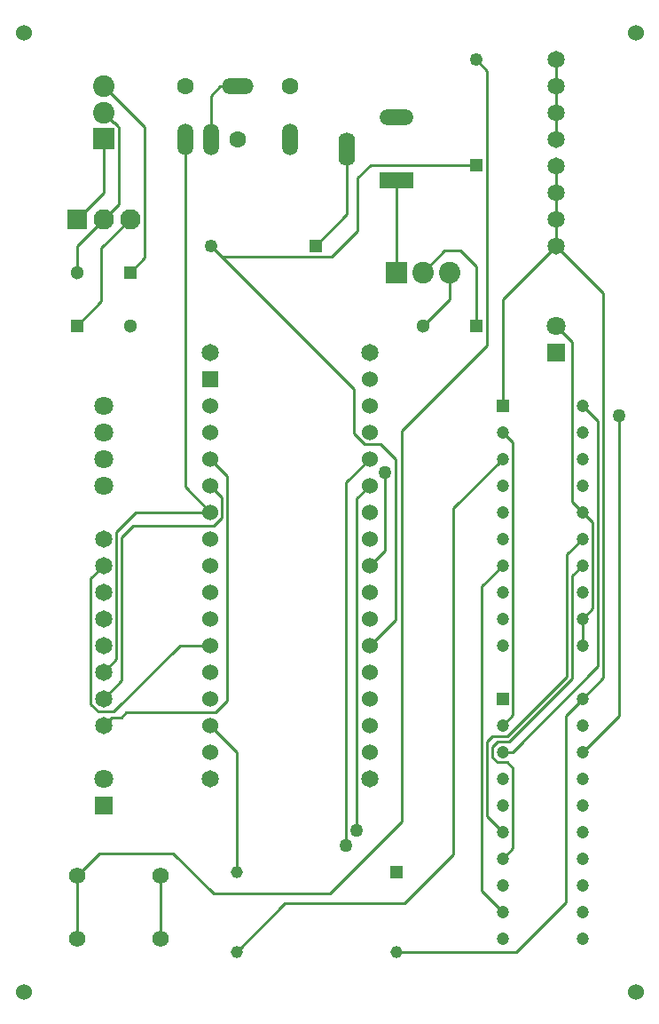
<source format=gtl>
G04*
G04 #@! TF.GenerationSoftware,Altium Limited,Altium Designer,23.3.1 (30)*
G04*
G04 Layer_Physical_Order=1*
G04 Layer_Color=255*
%FSLAX44Y44*%
%MOMM*%
G71*
G04*
G04 #@! TF.SameCoordinates,D36B0BC1-D60A-48D3-9530-44C1F81AE03C*
G04*
G04*
G04 #@! TF.FilePolarity,Positive*
G04*
G01*
G75*
%ADD15C,0.2540*%
G04:AMPARAMS|DCode=23|XSize=3.2mm|YSize=1.6mm|CornerRadius=0.8mm|HoleSize=0mm|Usage=FLASHONLY|Rotation=0.000|XOffset=0mm|YOffset=0mm|HoleType=Round|Shape=RoundedRectangle|*
%AMROUNDEDRECTD23*
21,1,3.2000,0.0000,0,0,0.0*
21,1,1.6000,1.6000,0,0,0.0*
1,1,1.6000,0.8000,0.0000*
1,1,1.6000,-0.8000,0.0000*
1,1,1.6000,-0.8000,0.0000*
1,1,1.6000,0.8000,0.0000*
%
%ADD23ROUNDEDRECTD23*%
%ADD24R,3.2000X1.6000*%
G04:AMPARAMS|DCode=25|XSize=1.6mm|YSize=3.2mm|CornerRadius=0.8mm|HoleSize=0mm|Usage=FLASHONLY|Rotation=0.000|XOffset=0mm|YOffset=0mm|HoleType=Round|Shape=RoundedRectangle|*
%AMROUNDEDRECTD25*
21,1,1.6000,1.6000,0,0,0.0*
21,1,0.0000,3.2000,0,0,0.0*
1,1,1.6000,0.0000,-0.8000*
1,1,1.6000,0.0000,-0.8000*
1,1,1.6000,0.0000,0.8000*
1,1,1.6000,0.0000,0.8000*
%
%ADD25ROUNDEDRECTD25*%
%ADD30C,1.2500*%
%ADD31R,1.2500X1.2500*%
%ADD32R,1.2500X1.2500*%
%ADD43C,1.6500*%
%ADD44C,1.5240*%
%ADD45R,1.5240X1.5240*%
%ADD46R,1.1580X1.1580*%
%ADD47C,1.1580*%
%ADD48R,1.3000X1.3000*%
%ADD49C,1.3000*%
%ADD50R,2.0550X2.0550*%
%ADD51C,2.0550*%
%ADD52C,1.8000*%
%ADD53R,1.8000X1.8000*%
%ADD54R,1.9350X1.9350*%
%ADD55C,1.9350*%
%ADD56C,1.5750*%
%ADD57R,2.0550X2.0550*%
%ADD58O,3.0160X1.5080*%
%ADD59O,1.5080X3.0160*%
%ADD60C,1.6000*%
%ADD61C,1.2000*%
%ADD62R,1.2000X1.2000*%
%ADD63C,1.2700*%
D15*
X1016000Y393700D02*
X1130300D01*
X1177544Y440944D02*
Y618744D01*
X1130300Y393700D02*
X1177544Y440944D01*
X1070610Y486410D02*
Y816610D01*
X909574Y439674D02*
X1023874D01*
X1070610Y486410D01*
X750685Y1179715D02*
X750824Y1179576D01*
X736600Y1193800D02*
X746560Y1183840D01*
X747148D02*
X750685Y1180303D01*
X746560Y1183840D02*
X747148D01*
X750824Y1106424D02*
Y1179576D01*
X750685Y1179715D02*
Y1180303D01*
X736600Y1092200D02*
X750824Y1106424D01*
X736600Y1219150D02*
X775716Y1180034D01*
Y1055116D02*
Y1180034D01*
X849668Y1056132D02*
X954532D01*
X979170Y1080770D02*
Y1131570D01*
X954532Y1056132D02*
X979170Y1080770D01*
X991400Y1143800D02*
X1092200D01*
X979170Y1131570D02*
X991400Y1143800D01*
X1041400Y1041400D02*
X1061974Y1061974D01*
X1076960D01*
X1092200Y1046734D01*
Y990600D02*
Y1046734D01*
X849668Y1056132D02*
X975360Y930440D01*
X839000Y1066800D02*
X849668Y1056132D01*
X1193800Y635000D02*
X1213866Y655066D01*
Y1021334D01*
X1168400Y1066800D02*
X1213866Y1021334D01*
X1117600Y914400D02*
Y1016000D01*
X1168400Y1066800D01*
X968248Y494538D02*
Y841248D01*
X990600Y863600D01*
X975360Y887730D02*
Y930440D01*
Y887730D02*
X985520Y877570D01*
X1001014D01*
X1014984Y863600D01*
Y710184D02*
Y863600D01*
X990600Y685800D02*
X1014984Y710184D01*
X711200Y1041400D02*
Y1066800D01*
X736600Y1092200D01*
X839400Y1168400D02*
Y1209694D01*
X848106Y1218400D01*
X864400D01*
X969000Y1096800D02*
Y1158800D01*
X939000Y1066800D02*
X969000Y1096800D01*
X1178910Y772510D02*
X1193800Y787400D01*
X1178910Y655924D02*
Y772510D01*
X1122076Y599090D02*
X1178910Y655924D01*
X1107440Y599090D02*
X1122076D01*
X1102710Y594360D02*
X1107440Y599090D01*
X1102710Y522890D02*
Y594360D01*
Y522890D02*
X1117600Y508000D01*
X1097630Y742030D02*
X1117600Y762000D01*
X1097630Y451770D02*
Y742030D01*
Y451770D02*
X1117600Y431800D01*
X863600Y393700D02*
X909574Y439674D01*
X1070610Y816610D02*
X1117600Y863600D01*
X1066750Y1015950D02*
Y1041400D01*
X1041400Y990600D02*
X1066750Y1015950D01*
X838200Y863600D02*
X854710Y847090D01*
Y633222D02*
Y847090D01*
X843280Y621792D02*
X854710Y633222D01*
X758312Y621792D02*
X843280D01*
X753740Y617220D02*
X758312Y621792D01*
X744220Y617220D02*
X753740D01*
X736600Y609600D02*
X744220Y617220D01*
X736600Y635000D02*
X753740Y652140D01*
Y789003D01*
X764838Y800100D01*
X842010D01*
X849630Y807720D01*
Y826770D01*
X838200Y838200D02*
X849630Y826770D01*
X990600Y762000D02*
X1004824Y776224D01*
Y850900D01*
X1193800Y584200D02*
X1228344Y618744D01*
Y904494D01*
X724408Y749808D02*
X736600Y762000D01*
X724408Y629920D02*
Y749808D01*
Y629920D02*
X731520Y622808D01*
X746506D01*
X809498Y685800D01*
X838200D01*
X978408Y509270D02*
Y826008D01*
X990600Y838200D01*
X1177544Y618744D02*
X1193800Y635000D01*
X711200Y466400D02*
X732226Y487426D01*
X802894D01*
X841502Y448818D01*
X952500D01*
X1021588Y517906D01*
Y890524D01*
X1102614Y971550D01*
Y1233386D01*
X1092200Y1243800D02*
X1102614Y1233386D01*
X767456Y812800D02*
X838200D01*
X748660Y794004D02*
X767456Y812800D01*
X748660Y672460D02*
Y794004D01*
X736600Y660400D02*
X748660Y672460D01*
X734314Y1064514D02*
X762000Y1092200D01*
X734314Y1013714D02*
Y1064514D01*
X711200Y990600D02*
X734314Y1013714D01*
X814400Y836600D02*
Y1168400D01*
Y836600D02*
X838200Y812800D01*
X736600Y1117600D02*
Y1168450D01*
X711200Y1092200D02*
X736600Y1117600D01*
X1193800Y685800D02*
Y711200D01*
Y914400D02*
X1208786Y899414D01*
Y665747D02*
Y899414D01*
X1127239Y584200D02*
X1208786Y665747D01*
X1117600Y584200D02*
X1127239D01*
X1117600Y482600D02*
X1127506Y492506D01*
Y568960D01*
X1122172Y574294D02*
X1127506Y568960D01*
X1112520Y574294D02*
X1122172D01*
X1107790Y579024D02*
X1112520Y574294D01*
X1107790Y579024D02*
Y589280D01*
X1112520Y594010D01*
X1124181D01*
X1183990Y653819D01*
Y752190D01*
X1193800Y762000D01*
X1183894Y822706D02*
X1193800Y812800D01*
X1183894Y822706D02*
Y975106D01*
X1168400Y990600D02*
X1183894Y975106D01*
X863600Y469900D02*
Y584200D01*
X838200Y609600D02*
X863600Y584200D01*
X762000Y1041400D02*
X775716Y1055116D01*
X1117600Y889000D02*
X1127506Y879094D01*
Y619506D02*
Y879094D01*
X1117600Y609600D02*
X1127506Y619506D01*
X1193800Y711200D02*
X1203706Y721106D01*
Y802894D01*
X1193800Y812800D02*
X1203706Y802894D01*
X791200Y406400D02*
Y466400D01*
X1168400Y1066800D02*
Y1092200D01*
Y1117600D01*
Y1143000D01*
X1016000Y1084884D02*
Y1128800D01*
Y1084884D02*
X1016050Y1084834D01*
Y1041400D02*
Y1084834D01*
X1168400Y1219200D02*
Y1244600D01*
Y1168400D02*
Y1193800D01*
Y1219200D01*
X711200Y406400D02*
Y466400D01*
D23*
X1016000Y1188800D02*
D03*
D24*
Y1128800D02*
D03*
D25*
X969000Y1158800D02*
D03*
D30*
X839000Y1066800D02*
D03*
X1092200Y1243800D02*
D03*
D31*
X939000Y1066800D02*
D03*
D32*
X1092200Y1143800D02*
D03*
D43*
X838200Y558800D02*
D03*
X990600D02*
D03*
Y965200D02*
D03*
X838200D02*
D03*
X736600Y609600D02*
D03*
Y635000D02*
D03*
Y660400D02*
D03*
Y685800D02*
D03*
Y711200D02*
D03*
Y736600D02*
D03*
Y762000D02*
D03*
Y787400D02*
D03*
X1168400Y1066800D02*
D03*
Y1092200D02*
D03*
Y1117600D02*
D03*
Y1143000D02*
D03*
Y1168400D02*
D03*
Y1193800D02*
D03*
Y1219200D02*
D03*
Y1244600D02*
D03*
D44*
X990600Y939800D02*
D03*
Y914400D02*
D03*
Y889000D02*
D03*
Y863600D02*
D03*
Y838200D02*
D03*
Y812800D02*
D03*
Y787400D02*
D03*
Y762000D02*
D03*
Y736600D02*
D03*
Y711200D02*
D03*
Y685800D02*
D03*
Y660400D02*
D03*
Y635000D02*
D03*
Y609600D02*
D03*
Y584200D02*
D03*
X838200D02*
D03*
Y609600D02*
D03*
Y635000D02*
D03*
Y660400D02*
D03*
Y685800D02*
D03*
Y711200D02*
D03*
Y736600D02*
D03*
Y762000D02*
D03*
Y787400D02*
D03*
Y812800D02*
D03*
Y838200D02*
D03*
Y863600D02*
D03*
Y889000D02*
D03*
Y914400D02*
D03*
X660400Y1270000D02*
D03*
X1244600D02*
D03*
Y355600D02*
D03*
X660400D02*
D03*
D45*
X838200Y939800D02*
D03*
D46*
X1016000Y469900D02*
D03*
D47*
X863600D02*
D03*
Y393700D02*
D03*
X1016000D02*
D03*
D48*
X1092200Y990600D02*
D03*
X762000Y1041400D02*
D03*
X711200Y990600D02*
D03*
D49*
X1041400D02*
D03*
X711200Y1041400D02*
D03*
X762000Y990600D02*
D03*
D50*
X1016050Y1041400D02*
D03*
D51*
X1041400D02*
D03*
X1066750D02*
D03*
X736600Y1193800D02*
D03*
Y1219150D02*
D03*
D52*
X1168400Y990600D02*
D03*
X736600Y558800D02*
D03*
Y914400D02*
D03*
Y889000D02*
D03*
Y863600D02*
D03*
Y838200D02*
D03*
D53*
X1168400Y965200D02*
D03*
X736600Y533400D02*
D03*
D54*
X711200Y1092200D02*
D03*
D55*
X736600D02*
D03*
X762000D02*
D03*
D56*
X711200Y466400D02*
D03*
Y406400D02*
D03*
X791200Y466400D02*
D03*
Y406400D02*
D03*
D57*
X736600Y1168450D02*
D03*
D58*
X864400Y1218400D02*
D03*
D59*
X814400Y1168400D02*
D03*
X914400D02*
D03*
X839400D02*
D03*
D60*
X864400D02*
D03*
X814400Y1218400D02*
D03*
X914400D02*
D03*
D61*
X1193800Y914400D02*
D03*
Y889000D02*
D03*
Y863600D02*
D03*
Y838200D02*
D03*
Y812800D02*
D03*
Y787400D02*
D03*
Y762000D02*
D03*
Y736600D02*
D03*
Y711200D02*
D03*
Y685800D02*
D03*
X1117600D02*
D03*
Y711200D02*
D03*
Y736600D02*
D03*
Y762000D02*
D03*
Y787400D02*
D03*
Y812800D02*
D03*
Y838200D02*
D03*
Y863600D02*
D03*
Y889000D02*
D03*
X1193800Y635000D02*
D03*
Y609600D02*
D03*
Y584200D02*
D03*
Y558800D02*
D03*
Y533400D02*
D03*
Y508000D02*
D03*
Y482600D02*
D03*
Y457200D02*
D03*
Y431800D02*
D03*
Y406400D02*
D03*
X1117600D02*
D03*
Y431800D02*
D03*
Y457200D02*
D03*
Y482600D02*
D03*
Y508000D02*
D03*
Y533400D02*
D03*
Y558800D02*
D03*
Y584200D02*
D03*
Y609600D02*
D03*
D62*
Y914400D02*
D03*
Y635000D02*
D03*
D63*
X968248Y494538D02*
D03*
X1004824Y850900D02*
D03*
X1228344Y904494D02*
D03*
X978408Y509270D02*
D03*
M02*

</source>
